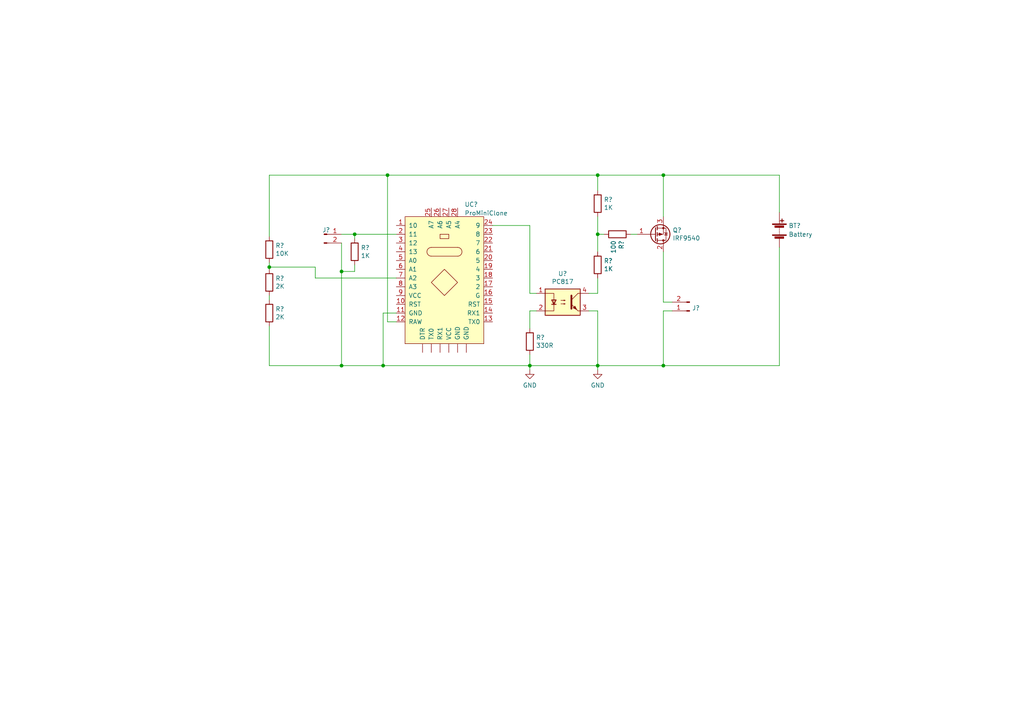
<source format=kicad_sch>
(kicad_sch (version 20211123) (generator eeschema)
  (paper "A4")
  (lib_symbols
    (symbol "Connector:Conn_01x02_Male" (pin_names (offset 1.016) hide)
      (property "Reference" "J" (at 0 2.54 0))
      (property "Value" "Conn_01x02_Male" (at 0 -5.08 0))
      (symbol "Conn_01x02_Male_1_1"
        (polyline (pts (xy 1.27 -2.54) (xy 0.8636 -2.54)) (stroke (width 0.1524)))
        (polyline (pts (xy 1.27 0) (xy 0.8636 0)) (stroke (width 0.1524)))
        (rectangle (start 0.8636 -2.413) (end 0 -2.667) (stroke (width 0.1524)) (fill (type outline)))
        (rectangle (start 0.8636 0.127) (end 0 -0.127) (stroke (width 0.1524)) (fill (type outline)))
        (pin passive line (at 5.08 0 180) (length 3.81) (name "Pin_1") (number "1"))
        (pin passive line (at 5.08 -2.54 180) (length 3.81) (name "Pin_2") (number "2"))
      )
    )
    (symbol "Device:Battery" (pin_numbers hide) (pin_names (offset 0) hide)
      (property "Reference" "BT" (at 2.54 2.54 0))
      (property "Value" "Battery" (at 2.54 0 0))
      (symbol "Battery_0_1"
        (rectangle (start -2.032 -1.397) (end 2.032 -1.651) (fill (type outline)))
        (rectangle (start -2.032 1.778) (end 2.032 1.524) (fill (type outline)))
        (rectangle (start -1.3208 -1.9812) (end 1.27 -2.4892) (fill (type outline)))
        (rectangle (start -1.3208 1.1938) (end 1.27 0.6858) (fill (type outline)))
        (polyline (pts (xy 0 -1.524) (xy 0 -1.27)))
        (polyline (pts (xy 0 -1.016) (xy 0 -0.762)))
        (polyline (pts (xy 0 -0.508) (xy 0 -0.254)))
        (polyline (pts (xy 0 0) (xy 0 0.254)))
        (polyline (pts (xy 0 0.508) (xy 0 0.762)))
        (polyline (pts (xy 0 1.778) (xy 0 2.54)))
        (polyline (pts (xy 0.254 2.667) (xy 1.27 2.667)) (stroke (width 0.254)))
        (polyline (pts (xy 0.762 3.175) (xy 0.762 2.159)) (stroke (width 0.254)))
      )
      (symbol "Battery_1_1"
        (pin passive line (at 0 5.08 270) (length 2.54) (name "+") (number "1"))
        (pin passive line (at 0 -5.08 90) (length 2.54) (name "-") (number "2"))
      )
    )
    (symbol "Device:Q_PMOS_GDS" (pin_names (offset 0) hide)
      (property "Reference" "Q" (at 5.08 1.27 0))
      (property "Value" "Q_PMOS_GDS" (at 5.08 -1.27 0))
      (symbol "Q_PMOS_GDS_0_1"
        (polyline (pts (xy 0.254 0) (xy -2.54 0)))
        (polyline (pts (xy 0.254 1.905) (xy 0.254 -1.905)) (stroke (width 0.254)))
        (polyline (pts (xy 0.762 -1.27) (xy 0.762 -2.286)) (stroke (width 0.254)))
        (polyline (pts (xy 0.762 0.508) (xy 0.762 -0.508)) (stroke (width 0.254)))
        (polyline (pts (xy 0.762 2.286) (xy 0.762 1.27)) (stroke (width 0.254)))
        (polyline (pts (xy 2.54 2.54) (xy 2.54 1.778)))
        (polyline (pts (xy 2.54 -2.54) (xy 2.54 0) (xy 0.762 0)))
        (polyline (pts (xy 0.762 1.778) (xy 3.302 1.778) (xy 3.302 -1.778) (xy 0.762 -1.778)))
        (polyline (pts (xy 2.286 0) (xy 1.27 0.381) (xy 1.27 -0.381) (xy 2.286 0)) (fill (type outline)))
        (polyline (pts (xy 2.794 -0.508) (xy 2.921 -0.381) (xy 3.683 -0.381) (xy 3.81 -0.254)))
        (polyline (pts (xy 3.302 -0.381) (xy 2.921 0.254) (xy 3.683 0.254) (xy 3.302 -0.381)))
        (circle (center 1.651 0) (radius 2.794) (stroke (width 0.254)))
        (circle (center 2.54 -1.778) (radius 0.254) (fill (type outline)))
        (circle (center 2.54 1.778) (radius 0.254) (fill (type outline)))
      )
      (symbol "Q_PMOS_GDS_1_1"
        (pin input line (at -5.08 0 0) (length 2.54) (name "G") (number "1"))
        (pin passive line (at 2.54 5.08 270) (length 2.54) (name "D") (number "2"))
        (pin passive line (at 2.54 -5.08 90) (length 2.54) (name "S") (number "3"))
      )
    )
    (symbol "Device:R" (pin_numbers hide) (pin_names (offset 0))
      (property "Reference" "R" (at 2.032 0 90))
      (property "Value" "R" (at 0 0 90))
      (symbol "R_0_1"
        (rectangle (start -1.016 -2.54) (end 1.016 2.54) (stroke (width 0.254)))
      )
      (symbol "R_1_1"
        (pin passive line (at 0 3.81 270) (length 1.27) (name "~") (number "1"))
        (pin passive line (at 0 -3.81 90) (length 1.27) (name "~") (number "2"))
      )
    )
    (symbol "Isolator:PC817" (pin_names (offset 1.016))
      (property "Reference" "U" (at -5.08 5.08 0))
      (property "Value" "PC817" (at 0 5.08 0))
      (symbol "PC817_0_1"
        (rectangle (start -5.08 3.81) (end 5.08 -3.81) (stroke (width 0.254)) (fill (type background)))
        (polyline (pts (xy -3.175 -0.635) (xy -1.905 -0.635)) (stroke (width 0.254)))
        (polyline (pts (xy 2.54 0.635) (xy 4.445 2.54)))
        (polyline (pts (xy 4.445 -2.54) (xy 2.54 -0.635)) (fill (type outline)))
        (polyline (pts (xy 4.445 -2.54) (xy 5.08 -2.54)))
        (polyline (pts (xy 4.445 2.54) (xy 5.08 2.54)))
        (polyline (pts (xy -5.08 2.54) (xy -2.54 2.54) (xy -2.54 -0.635)))
        (polyline (pts (xy -2.54 -0.635) (xy -2.54 -2.54) (xy -5.08 -2.54)))
        (polyline (pts (xy 2.54 1.905) (xy 2.54 -1.905) (xy 2.54 -1.905)) (stroke (width 0.508)))
        (polyline (pts (xy -2.54 -0.635) (xy -3.175 0.635) (xy -1.905 0.635) (xy -2.54 -0.635)) (stroke (width 0.254)))
        (polyline (pts (xy -0.508 -0.508) (xy 0.762 -0.508) (xy 0.381 -0.635) (xy 0.381 -0.381) (xy 0.762 -0.508)))
        (polyline (pts (xy -0.508 0.508) (xy 0.762 0.508) (xy 0.381 0.381) (xy 0.381 0.635) (xy 0.762 0.508)))
        (polyline (pts (xy 3.048 -1.651) (xy 3.556 -1.143) (xy 4.064 -2.159) (xy 3.048 -1.651) (xy 3.048 -1.651)) (fill (type outline)))
      )
      (symbol "PC817_1_1"
        (pin passive line (at -7.62 2.54 0) (length 2.54) (name "~") (number "1"))
        (pin passive line (at -7.62 -2.54 0) (length 2.54) (name "~") (number "2"))
        (pin passive line (at 7.62 -2.54 180) (length 2.54) (name "~") (number "3"))
        (pin passive line (at 7.62 2.54 180) (length 2.54) (name "~") (number "4"))
      )
    )
    (symbol "myComponents:ProMiniClone" (pin_names (offset 1.016))
      (property "Reference" "UC" (at -11.43 3.81 0))
      (property "Value" "ProMiniClone" (at -6.35 1.27 0))
      (symbol "ProMiniClone_0_1"
        (polyline (pts (xy 7.62 -8.89) (xy 15.24 -8.89)))
        (polyline (pts (xy 15.24 -11.43) (xy 7.62 -11.43)))
        (polyline (pts (xy 10.16 -5.08) (xy 10.16 -6.35) (xy 12.7 -6.35) (xy 12.7 -5.08) (xy 10.16 -5.08)))
        (polyline (pts (xy 11.43 -15.24) (xy 7.62 -19.05) (xy 11.43 -22.86) (xy 15.24 -19.05) (xy 11.43 -15.24)))
        (rectangle (start 0 0) (end 22.86 -36.83) (fill (type background)))
        (arc (start 7.62 -8.89) (mid 6.35 -10.16) (end 7.62 -11.43))
        (arc (start 15.24 -11.43) (mid 16.51 -10.16) (end 15.24 -8.89))
      )
      (symbol "ProMiniClone_1_1"
        (pin bidirectional line (at -2.54 -2.54 0) (length 2.54) (name "10") (number "1"))
        (pin input line (at -2.54 -25.4 0) (length 2.54) (name "RST") (number "10"))
        (pin input line (at -2.54 -27.94 0) (length 2.54) (name "GND") (number "11"))
        (pin input line (at -2.54 -30.48 0) (length 2.54) (name "RAW") (number "12"))
        (pin input line (at 25.4 -30.48 180) (length 2.54) (name "TX0") (number "13"))
        (pin input line (at 25.4 -27.94 180) (length 2.54) (name "RX1") (number "14"))
        (pin input line (at 25.4 -25.4 180) (length 2.54) (name "RST") (number "15"))
        (pin input line (at 25.4 -22.86 180) (length 2.54) (name "G") (number "16"))
        (pin input line (at 25.4 -20.32 180) (length 2.54) (name "2") (number "17"))
        (pin input line (at 25.4 -17.78 180) (length 2.54) (name "3") (number "18"))
        (pin input line (at 25.4 -15.24 180) (length 2.54) (name "4") (number "19"))
        (pin bidirectional line (at -2.54 -5.08 0) (length 2.54) (name "11") (number "2"))
        (pin input line (at 25.4 -12.7 180) (length 2.54) (name "5") (number "20"))
        (pin input line (at 25.4 -10.16 180) (length 2.54) (name "6") (number "21"))
        (pin input line (at 25.4 -7.62 180) (length 2.54) (name "7") (number "22"))
        (pin input line (at 25.4 -5.08 180) (length 2.54) (name "8") (number "23"))
        (pin input line (at 25.4 -2.54 180) (length 2.54) (name "9") (number "24"))
        (pin input line (at 7.62 2.54 270) (length 2.54) (name "A7") (number "25"))
        (pin input line (at 10.16 2.54 270) (length 2.54) (name "A6") (number "26"))
        (pin input line (at 12.7 2.54 270) (length 2.54) (name "A5") (number "27"))
        (pin input line (at 15.24 2.54 270) (length 2.54) (name "A4") (number "28"))
        (pin bidirectional line (at -2.54 -7.62 0) (length 2.54) (name "12") (number "3"))
        (pin bidirectional line (at -2.54 -10.16 0) (length 2.54) (name "13") (number "4"))
        (pin bidirectional line (at -2.54 -12.7 0) (length 2.54) (name "A0") (number "5"))
        (pin bidirectional line (at -2.54 -15.24 0) (length 2.54) (name "A1") (number "6"))
        (pin bidirectional line (at -2.54 -17.78 0) (length 2.54) (name "A2") (number "7"))
        (pin bidirectional line (at -2.54 -20.32 0) (length 2.54) (name "A3") (number "8"))
        (pin input line (at -2.54 -22.86 0) (length 2.54) (name "VCC") (number "9"))
        (pin input line (at 5.08 -39.37 90) (length 2.54) (name "DTR") (number "~"))
        (pin input line (at 15.24 -39.37 90) (length 2.54) (name "GND") (number "~"))
        (pin input line (at 17.78 -39.37 90) (length 2.54) (name "GND") (number "~"))
        (pin input line (at 10.16 -39.37 90) (length 2.54) (name "RX1") (number "~"))
        (pin output line (at 7.62 -39.37 90) (length 2.54) (name "TX0") (number "~"))
        (pin input line (at 12.7 -39.37 90) (length 2.54) (name "VCC") (number "~"))
      )
    )
    (symbol "power:GND" (power) (pin_names (offset 0))
      (property "Value" "GND" (at 0 -3.81 0))
      (symbol "GND_0_1"
        (polyline (pts (xy 0 0) (xy 0 -1.27) (xy 1.27 -1.27) (xy 0 -2.54) (xy -1.27 -1.27) (xy 0 -1.27)))
      )
      (symbol "GND_1_1"
        (pin power_in line (at 0 0 270) (length 0) hide (name "GND") (number "1"))
      )
    )
  )
  (junction (at 192.405 106.045))
  (junction (at 192.405 50.8))
  (junction (at 111.125 106.045))
  (junction (at 99.06 106.045))
  (junction (at 153.67 106.045))
  (junction (at 99.06 78.74))
  (junction (at 78.105 77.47))
  (junction (at 173.355 50.8))
  (junction (at 102.87 67.945))
  (junction (at 173.355 67.945))
  (junction (at 173.355 106.045))
  (junction (at 112.395 50.8))
  (wire (pts (xy 226.06 50.8) (xy 226.06 61.595)))
  (wire (pts (xy 102.87 67.945) (xy 102.87 69.215)))
  (wire (pts (xy 153.67 90.17) (xy 153.67 95.25)))
  (wire (pts (xy 111.125 106.045) (xy 111.125 90.805)))
  (wire (pts (xy 192.405 106.045) (xy 173.355 106.045)))
  (wire (pts (xy 102.87 78.74) (xy 102.87 76.835)))
  (wire (pts (xy 173.355 50.8) (xy 192.405 50.8)))
  (wire (pts (xy 192.405 90.17) (xy 192.405 106.045)))
  (wire (pts (xy 170.815 85.09) (xy 173.355 85.09)))
  (wire (pts (xy 99.06 78.74) (xy 99.06 106.045)))
  (wire (pts (xy 153.67 65.405) (xy 153.67 85.09)))
  (wire (pts (xy 173.355 90.17) (xy 173.355 106.045)))
  (wire (pts (xy 173.355 73.025) (xy 173.355 67.945)))
  (wire (pts (xy 192.405 73.025) (xy 192.405 87.63)))
  (wire (pts (xy 102.87 67.945) (xy 114.935 67.945)))
  (wire (pts (xy 194.945 90.17) (xy 192.405 90.17)))
  (wire (pts (xy 173.355 80.645) (xy 173.355 85.09)))
  (wire (pts (xy 78.105 106.045) (xy 99.06 106.045)))
  (wire (pts (xy 192.405 50.8) (xy 226.06 50.8)))
  (wire (pts (xy 153.67 106.045) (xy 153.67 107.315)))
  (wire (pts (xy 153.67 90.17) (xy 155.575 90.17)))
  (wire (pts (xy 142.875 65.405) (xy 153.67 65.405)))
  (wire (pts (xy 78.105 76.2) (xy 78.105 77.47)))
  (wire (pts (xy 99.06 70.485) (xy 99.06 78.74)))
  (wire (pts (xy 153.67 102.87) (xy 153.67 106.045)))
  (wire (pts (xy 114.935 93.345) (xy 112.395 93.345)))
  (wire (pts (xy 99.06 106.045) (xy 111.125 106.045)))
  (wire (pts (xy 91.44 80.645) (xy 114.935 80.645)))
  (wire (pts (xy 78.105 85.725) (xy 78.105 86.995)))
  (wire (pts (xy 78.105 77.47) (xy 78.105 78.105)))
  (wire (pts (xy 170.815 90.17) (xy 173.355 90.17)))
  (wire (pts (xy 99.06 67.945) (xy 102.87 67.945)))
  (wire (pts (xy 194.945 87.63) (xy 192.405 87.63)))
  (wire (pts (xy 153.67 85.09) (xy 155.575 85.09)))
  (wire (pts (xy 173.355 50.8) (xy 173.355 55.245)))
  (wire (pts (xy 91.44 77.47) (xy 91.44 80.645)))
  (wire (pts (xy 111.125 106.045) (xy 153.67 106.045)))
  (wire (pts (xy 112.395 93.345) (xy 112.395 50.8)))
  (wire (pts (xy 153.67 106.045) (xy 173.355 106.045)))
  (wire (pts (xy 111.125 90.805) (xy 114.935 90.805)))
  (wire (pts (xy 226.06 71.755) (xy 226.06 106.045)))
  (wire (pts (xy 175.26 67.945) (xy 173.355 67.945)))
  (wire (pts (xy 226.06 106.045) (xy 192.405 106.045)))
  (wire (pts (xy 192.405 50.8) (xy 192.405 62.865)))
  (wire (pts (xy 99.06 78.74) (xy 102.87 78.74)))
  (wire (pts (xy 173.355 106.045) (xy 173.355 107.315)))
  (wire (pts (xy 112.395 50.8) (xy 173.355 50.8)))
  (wire (pts (xy 78.105 68.58) (xy 78.105 50.8)))
  (wire (pts (xy 182.88 67.945) (xy 184.785 67.945)))
  (wire (pts (xy 173.355 62.865) (xy 173.355 67.945)))
  (wire (pts (xy 78.105 77.47) (xy 91.44 77.47)))
  (wire (pts (xy 78.105 50.8) (xy 112.395 50.8)))
  (wire (pts (xy 78.105 94.615) (xy 78.105 106.045)))
  (symbol (lib_id "Connector:Conn_01x02_Male") (at 200.025 90.17 180) (unit 1)
    (property "Reference" "J?" (at 200.7362 89.3338 0) (effects (justify right)))
    (property "Value" "Conn_01x02_Male" (effects hide))
  )
  (symbol (lib_id "power:GND") (at 153.67 107.315 0) (unit 1)
    (property "Reference" "#PWR?" (effects hide))
    (property "Value" "GND" (at 153.67 111.7584 0))
  )
  (symbol (lib_id "Connector:Conn_01x02_Male") (at 93.98 67.945 0) (unit 1)
    (property "Reference" "J?" (at 94.615 66.706 0))
    (property "Value" "Conn_01x02_Male" (effects hide))
  )
  (symbol (lib_id "Device:Q_PMOS_GDS") (at 189.865 67.945 0) (mirror x) (unit 1)
    (property "Reference" "Q?" (at 195.072 66.7766 0) (effects (justify left)))
    (property "Value" "IRF9540" (at 195.072 69.088 0) (effects (justify left)))
    (property "Footprint" "myComponents:TO-220-3_Horizontal_TabDown_bothSides" (effects hide))
  )
  (symbol (lib_id "Isolator:PC817") (at 163.195 87.63 0) (unit 1)
    (property "Reference" "U?" (at 163.195 79.375 0))
    (property "Value" "PC817" (at 163.195 81.6864 0))
    (property "Footprint" "myComponents:optoCouplerDIP4" (effects hide))
    (property "Datasheet" "http://www.soselectronic.cz/a_info/resource/d/pc817.pdf" (effects hide))
  )
  (symbol (lib_id "Device:R") (at 153.67 99.06 0) (unit 1)
    (property "Reference" "R?" (at 155.448 97.8916 0) (effects (justify left)))
    (property "Value" "330R" (at 155.448 100.203 0) (effects (justify left)))
    (property "Footprint" "myComponents:resistor0.25,9mm" (effects hide))
  )
  (symbol (lib_id "Device:Battery") (at 226.06 66.675 0) (unit 1)
    (property "Reference" "BT?" (at 228.727 65.4593 0) (effects (justify left)))
    (property "Value" "Battery" (at 228.727 67.9962 0) (effects (justify left)))
  )
  (symbol (lib_id "Device:R") (at 173.355 76.835 0) (unit 1)
    (property "Reference" "R?" (at 175.133 75.6666 0) (effects (justify left)))
    (property "Value" "1K" (at 175.133 77.978 0) (effects (justify left)))
    (property "Footprint" "myComponents:resistor0.25,9mm" (effects hide))
  )
  (symbol (lib_id "Device:R") (at 78.105 90.805 0) (unit 1)
    (property "Reference" "R?" (at 79.883 89.6366 0) (effects (justify left)))
    (property "Value" "2K" (at 79.883 91.948 0) (effects (justify left)))
    (property "Footprint" "myComponents:resistor0.25,9mm" (effects hide))
  )
  (symbol (lib_id "power:GND") (at 173.355 107.315 0) (unit 1)
    (property "Reference" "#PWR?" (effects hide))
    (property "Value" "GND" (at 173.355 111.7584 0))
  )
  (symbol (lib_id "Device:R") (at 78.105 81.915 0) (unit 1)
    (property "Reference" "R?" (at 79.883 80.7466 0) (effects (justify left)))
    (property "Value" "2K" (at 79.883 83.058 0) (effects (justify left)))
    (property "Footprint" "myComponents:resistor0.25,9mm" (effects hide))
  )
  (symbol (lib_id "Device:R") (at 78.105 72.39 0) (unit 1)
    (property "Reference" "R?" (at 79.883 71.2216 0) (effects (justify left)))
    (property "Value" "10K" (at 79.883 73.533 0) (effects (justify left)))
    (property "Footprint" "myComponents:resistor0.25,9mm" (effects hide))
  )
  (symbol (lib_id "Device:R") (at 179.07 67.945 270) (unit 1)
    (property "Reference" "R?" (at 180.2384 69.723 0) (effects (justify left)))
    (property "Value" "100" (at 177.927 69.723 0) (effects (justify left)))
    (property "Footprint" "myComponents:resistor0.25,9mm" (effects hide))
  )
  (symbol (lib_id "Device:R") (at 102.87 73.025 0) (unit 1)
    (property "Reference" "R?" (at 104.648 71.8566 0) (effects (justify left)))
    (property "Value" "1K" (at 104.648 74.168 0) (effects (justify left)))
    (property "Footprint" "myComponents:resistor0.25,9mm" (effects hide))
  )
  (symbol (lib_id "Device:R") (at 173.355 59.055 0) (unit 1)
    (property "Reference" "R?" (at 175.133 57.8866 0) (effects (justify left)))
    (property "Value" "1K" (at 175.133 60.198 0) (effects (justify left)))
    (property "Footprint" "myComponents:resistor0.25,9mm" (effects hide))
  )
  (symbol (lib_id "myComponents:ProMiniClone") (at 117.475 62.865 0) (unit 1)
    (property "Reference" "UC?" (at 134.7344 59.2922 0) (effects (justify left)))
    (property "Value" "ProMiniClone" (at 134.7344 61.8291 0) (effects (justify left)))
  )
)
</source>
